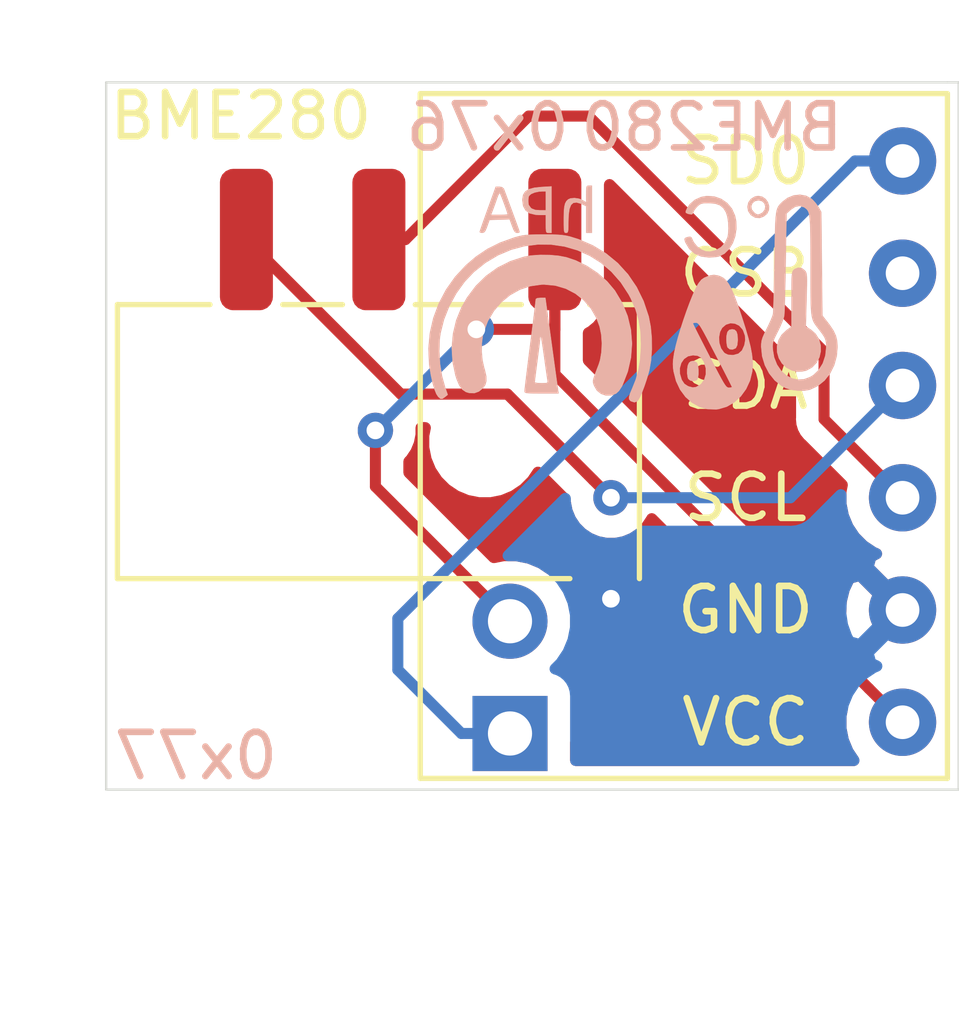
<source format=kicad_pcb>
(kicad_pcb (version 20171130) (host pcbnew "(5.1.5)-3")

  (general
    (thickness 1.6)
    (drawings 9)
    (tracks 29)
    (zones 0)
    (modules 4)
    (nets 7)
  )

  (page A4)
  (layers
    (0 F.Cu signal)
    (31 B.Cu signal)
    (32 B.Adhes user)
    (33 F.Adhes user)
    (34 B.Paste user)
    (35 F.Paste user)
    (36 B.SilkS user)
    (37 F.SilkS user)
    (38 B.Mask user)
    (39 F.Mask user)
    (40 Dwgs.User user)
    (41 Cmts.User user)
    (42 Eco1.User user)
    (43 Eco2.User user)
    (44 Edge.Cuts user)
    (45 Margin user)
    (46 B.CrtYd user)
    (47 F.CrtYd user)
    (48 B.Fab user)
    (49 F.Fab user)
  )

  (setup
    (last_trace_width 0.25)
    (trace_clearance 0.2)
    (zone_clearance 0.508)
    (zone_45_only no)
    (trace_min 0.2)
    (via_size 0.8)
    (via_drill 0.4)
    (via_min_size 0.4)
    (via_min_drill 0.3)
    (uvia_size 0.3)
    (uvia_drill 0.1)
    (uvias_allowed no)
    (uvia_min_size 0.2)
    (uvia_min_drill 0.1)
    (edge_width 0.05)
    (segment_width 0.2)
    (pcb_text_width 0.3)
    (pcb_text_size 1.5 1.5)
    (mod_edge_width 0.12)
    (mod_text_size 1 1)
    (mod_text_width 0.15)
    (pad_size 1.524 1.524)
    (pad_drill 0.762)
    (pad_to_mask_clearance 0.051)
    (solder_mask_min_width 0.25)
    (aux_axis_origin 0 0)
    (visible_elements 7FFFFFFF)
    (pcbplotparams
      (layerselection 0x010fc_ffffffff)
      (usegerberextensions false)
      (usegerberattributes false)
      (usegerberadvancedattributes false)
      (creategerberjobfile false)
      (excludeedgelayer true)
      (linewidth 0.100000)
      (plotframeref false)
      (viasonmask false)
      (mode 1)
      (useauxorigin false)
      (hpglpennumber 1)
      (hpglpenspeed 20)
      (hpglpendiameter 15.000000)
      (psnegative false)
      (psa4output false)
      (plotreference true)
      (plotvalue true)
      (plotinvisibletext false)
      (padsonsilk false)
      (subtractmaskfromsilk false)
      (outputformat 1)
      (mirror false)
      (drillshape 0)
      (scaleselection 1)
      (outputdirectory "gerbers/"))
  )

  (net 0 "")
  (net 1 GND)
  (net 2 SDA)
  (net 3 SCL)
  (net 4 +3V3)
  (net 5 SD0)
  (net 6 "Net-(U1-Pad5)")

  (net_class Default "Ceci est la Netclass par défaut."
    (clearance 0.2)
    (trace_width 0.25)
    (via_dia 0.8)
    (via_drill 0.4)
    (uvia_dia 0.3)
    (uvia_drill 0.1)
    (add_net +3V3)
    (add_net GND)
    (add_net "Net-(U1-Pad5)")
    (add_net SCL)
    (add_net SD0)
    (add_net SDA)
  )

  (module Connector_PinHeader_2.54mm:PinHeader_1x02_P2.54mm_Vertical (layer F.Cu) (tedit 5FE08463) (tstamp 5FDA7515)
    (at 170.942 37.592 180)
    (descr "Through hole straight pin header, 1x02, 2.54mm pitch, single row")
    (tags "Through hole pin header THT 1x02 2.54mm single row")
    (path /5FDC9549)
    (fp_text reference J2 (at 2.54 -0.254 90) (layer F.SilkS) hide
      (effects (font (size 1 1) (thickness 0.15)))
    )
    (fp_text value "Jumper Address" (at -2.54 -0.508 90) (layer F.Fab)
      (effects (font (size 1 1) (thickness 0.15)))
    )
    (fp_text user %R (at 0 1.27 270) (layer F.Fab)
      (effects (font (size 1 1) (thickness 0.15)))
    )
    (fp_line (start -1.27 -0.635) (end -0.635 -1.27) (layer F.Fab) (width 0.1))
    (fp_line (start -1.27 3.81) (end -1.27 -0.635) (layer F.Fab) (width 0.1))
    (fp_line (start 1.27 3.81) (end -1.27 3.81) (layer F.Fab) (width 0.1))
    (fp_line (start 1.27 -1.27) (end 1.27 3.81) (layer F.Fab) (width 0.1))
    (fp_line (start -0.635 -1.27) (end 1.27 -1.27) (layer F.Fab) (width 0.1))
    (pad 2 thru_hole oval (at 0 2.54 180) (size 1.7 1.7) (drill 1) (layers *.Cu *.Mask)
      (net 4 +3V3))
    (pad 1 thru_hole rect (at 0 0 180) (size 1.7 1.7) (drill 1) (layers *.Cu *.Mask)
      (net 5 SD0))
    (model ${KISYS3DMOD}/Connector_PinHeader_2.54mm.3dshapes/PinHeader_1x02_P2.54mm_Horizontal.step
      (at (xyz 0 0 0))
      (scale (xyz 1 1 1))
      (rotate (xyz 0 0 0))
    )
  )

  (module usini_sensors:module_bme280 (layer F.Cu) (tedit 5FE08449) (tstamp 5FDA7668)
    (at 174.752 24.892 180)
    (path /5FDC2ED8)
    (fp_text reference U1 (at -5.08 -14.478 180) (layer F.SilkS) hide
      (effects (font (size 1 1) (thickness 0.15)))
    )
    (fp_text value module_bme280 (at 0.254 3.048 180) (layer F.Fab)
      (effects (font (size 1 1) (thickness 0.15)))
    )
    (fp_text user BME/P280 (at 1.778 -14.478 180) (layer F.SilkS) hide
      (effects (font (size 1 1) (thickness 0.15)))
    )
    (fp_text user SD0 (at -1.524 0.254 180) (layer F.SilkS)
      (effects (font (size 1 1) (thickness 0.15)))
    )
    (fp_text user CSB (at -1.524 -2.286 180) (layer F.SilkS)
      (effects (font (size 1 1) (thickness 0.15)))
    )
    (fp_text user SDA (at -1.524 -4.826 180) (layer F.SilkS)
      (effects (font (size 1 1) (thickness 0.15)))
    )
    (fp_text user SCL (at -1.524 -7.366 180) (layer F.SilkS)
      (effects (font (size 1 1) (thickness 0.15)))
    )
    (fp_text user GND (at -1.524 -9.906 180) (layer F.SilkS)
      (effects (font (size 1 1) (thickness 0.15)))
    )
    (fp_text user VCC (at -1.524 -12.446 180) (layer F.SilkS)
      (effects (font (size 1 1) (thickness 0.15)))
    )
    (fp_line (start -6.096 -13.716) (end -6.096 1.778) (layer F.SilkS) (width 0.12))
    (fp_line (start 5.842 -13.716) (end -6.096 -13.716) (layer F.SilkS) (width 0.12))
    (fp_line (start 5.842 1.778) (end 5.842 -13.716) (layer F.SilkS) (width 0.12))
    (fp_line (start -6.096 1.778) (end 5.842 1.778) (layer F.SilkS) (width 0.12))
    (pad 6 thru_hole circle (at -5.08 0.254 180) (size 1.524 1.524) (drill 0.762) (layers *.Cu *.Mask)
      (net 5 SD0))
    (pad 5 thru_hole circle (at -5.08 -2.286 180) (size 1.524 1.524) (drill 0.762) (layers *.Cu *.Mask)
      (net 6 "Net-(U1-Pad5)"))
    (pad 4 thru_hole circle (at -5.08 -4.826 180) (size 1.524 1.524) (drill 0.762) (layers *.Cu *.Mask)
      (net 2 SDA))
    (pad 3 thru_hole circle (at -5.08 -7.366 180) (size 1.524 1.524) (drill 0.762) (layers *.Cu *.Mask)
      (net 3 SCL))
    (pad 2 thru_hole circle (at -5.08 -9.906 180) (size 1.524 1.524) (drill 0.762) (layers *.Cu *.Mask)
      (net 1 GND))
    (pad 1 thru_hole circle (at -5.08 -12.446 180) (size 1.524 1.524) (drill 0.762) (layers *.Cu *.Mask)
      (net 4 +3V3))
    (model ${KIPRJMOD}/usini_sensors.pretty/bme280.step
      (offset (xyz -0.5 6 9.5))
      (scale (xyz 1 1 1))
      (rotate (xyz 0 0 90))
    )
    (model ${KISYS3DMOD}/Connector_PinHeader_2.54mm.3dshapes/PinHeader_1x06_P2.54mm_Vertical.wrl
      (offset (xyz -5 12.5 9.5))
      (scale (xyz 1 1 1))
      (rotate (xyz 0 180 0))
    )
    (model ${KISYS3DMOD}/Connector_PinSocket_2.54mm.3dshapes/PinSocket_1x06_P2.54mm_Vertical.wrl
      (offset (xyz -5 12.5 0))
      (scale (xyz 1 1 1))
      (rotate (xyz 0 0 0))
    )
  )

  (module usini_sensors:jack_3.5mm_TRRS (layer F.Cu) (tedit 5FDB7F81) (tstamp 5FDA3052)
    (at 168.148 30.988)
    (descr "Headphones with microphone connector, 3.5mm, 4 pins (http://www.qingpu-electronics.com/en/products/WQP-PJ320D-72.html)")
    (tags "3.5mm jack mic microphone phones headphones 4pins audio plug")
    (path /5FDC3E76)
    (attr smd)
    (fp_text reference J1 (at -0.508 0.508 90) (layer F.SilkS) hide
      (effects (font (size 1 1) (thickness 0.15)))
    )
    (fp_text value AudioJack4 (at -0.025 6.35) (layer F.Fab)
      (effects (font (size 1 1) (thickness 0.15)))
    )
    (fp_circle (center 3.9 -2.35) (end 3.95 -2.1) (layer F.Fab) (width 0.12))
    (fp_line (start -6.096 -3.1) (end -6.096 3.1) (layer F.SilkS) (width 0.12))
    (fp_line (start -8.73 -5) (end 6.07 -5) (layer F.CrtYd) (width 0.05))
    (fp_line (start -8.73 5) (end 6.07 5) (layer F.CrtYd) (width 0.05))
    (fp_line (start 5.725 3.1) (end 5.725 -3.1) (layer F.SilkS) (width 0.12))
    (fp_line (start -8.73 5) (end -8.73 -5) (layer F.CrtYd) (width 0.05))
    (fp_line (start 6.07 5) (end 6.07 -5) (layer F.CrtYd) (width 0.05))
    (fp_line (start -6.096 -3.1) (end -4 -3.1) (layer F.SilkS) (width 0.12))
    (fp_line (start -2.35 -3.1) (end -1 -3.1) (layer F.SilkS) (width 0.12))
    (fp_line (start 0.65 -3.1) (end 3.05 -3.1) (layer F.SilkS) (width 0.12))
    (fp_line (start 4.6 -3.1) (end 5.725 -3.1) (layer F.SilkS) (width 0.12))
    (fp_line (start 4.15 3.1) (end -6.096 3.1) (layer F.SilkS) (width 0.12))
    (fp_line (start 5.575 -2.9) (end 5.575 2.9) (layer F.Fab) (width 0.1))
    (fp_line (start -6.096 -2.9) (end 5.575 -2.9) (layer F.Fab) (width 0.1))
    (fp_line (start -6.096 -2.3) (end -6.096 -2.9) (layer F.Fab) (width 0.1))
    (fp_line (start -8.225 -2.3) (end -6.096 -2.3) (layer F.Fab) (width 0.1))
    (fp_line (start -8.225 2.3) (end -8.225 -2.3) (layer F.Fab) (width 0.1))
    (fp_line (start -6.096 2.3) (end -8.225 2.3) (layer F.Fab) (width 0.1))
    (fp_line (start -6.096 2.9) (end -6.096 2.286) (layer F.Fab) (width 0.1))
    (fp_line (start 5.575 2.9) (end -6.096 2.9) (layer F.Fab) (width 0.1))
    (fp_text user %R (at -1.195 0) (layer F.Fab)
      (effects (font (size 1 1) (thickness 0.15)))
    )
    (pad "" np_thru_hole circle (at 2.225 0) (size 1.5 1.5) (drill 1.5) (layers *.Cu *.Mask))
    (pad "" np_thru_hole circle (at -4.775 0) (size 1.5 1.5) (drill 1.5) (layers *.Cu *.Mask))
    (pad R2 smd roundrect (at -3.175 -4.572) (size 1.2 3.2) (layers F.Cu F.Paste F.Mask) (roundrect_rratio 0.25)
      (net 2 SDA))
    (pad R1 smd roundrect (at -0.175 -4.572) (size 1.2 3.2) (layers F.Cu F.Paste F.Mask) (roundrect_rratio 0.25)
      (net 3 SCL))
    (pad T smd roundrect (at 3.81 -4.572) (size 1.2 3.2) (layers F.Cu F.Paste F.Mask) (roundrect_rratio 0.25)
      (net 4 +3V3))
    (pad S smd roundrect (at 4.925 4.572) (size 1.2 3.2) (layers F.Cu F.Paste F.Mask) (roundrect_rratio 0.25)
      (net 1 GND))
    (model ${KIPRJMOD}/usini_sensors.pretty/audio_3.5mm_trrs.step
      (offset (xyz 5.5 -3 0))
      (scale (xyz 1 1 1))
      (rotate (xyz 0 0 -90))
    )
  )

  (module usini_sensors:temp_hum_baro_logo (layer B.Cu) (tedit 0) (tstamp 5FDA7B51)
    (at 173.736 27.686 180)
    (fp_text reference L1 (at -4.064 -5.588) (layer B.SilkS) hide
      (effects (font (size 1.524 1.524) (thickness 0.3)) (justify mirror))
    )
    (fp_text value LOGO (at 0.762 -5.842) (layer B.SilkS) hide
      (effects (font (size 1.524 1.524) (thickness 0.3)) (justify mirror))
    )
    (fp_poly (pts (xy -3.651278 0.600802) (xy -3.6322 0.584201) (xy -3.616297 0.565731) (xy -3.604104 0.541864)
      (xy -3.595132 0.506149) (xy -3.588888 0.452133) (xy -3.584884 0.373365) (xy -3.582629 0.263393)
      (xy -3.581631 0.115763) (xy -3.581401 -0.075974) (xy -3.5814 -0.08401) (xy -3.5814 -0.70142)
      (xy -3.470925 -0.779291) (xy -3.358498 -0.885343) (xy -3.286829 -1.009894) (xy -3.253801 -1.144851)
      (xy -3.257301 -1.282125) (xy -3.295212 -1.413623) (xy -3.365421 -1.531255) (xy -3.465812 -1.62693)
      (xy -3.59427 -1.692557) (xy -3.716301 -1.71803) (xy -3.812653 -1.715142) (xy -3.909008 -1.695409)
      (xy -3.920359 -1.6915) (xy -4.050676 -1.619094) (xy -4.148212 -1.51639) (xy -4.212428 -1.392347)
      (xy -4.242782 -1.255925) (xy -4.238735 -1.116084) (xy -4.199746 -0.981783) (xy -4.125274 -0.861984)
      (xy -4.014781 -0.765645) (xy -3.977488 -0.744185) (xy -3.903676 -0.705797) (xy -3.920614 -0.102675)
      (xy -3.925804 0.087837) (xy -3.929067 0.234284) (xy -3.930043 0.343376) (xy -3.928373 0.421824)
      (xy -3.923697 0.476337) (xy -3.915653 0.513627) (xy -3.903883 0.540404) (xy -3.888026 0.563378)
      (xy -3.884633 0.567724) (xy -3.813967 0.622001) (xy -3.730981 0.633366) (xy -3.651278 0.600802)) (layer B.SilkS) (width 0.01))
    (fp_poly (pts (xy -2.171637 -0.775873) (xy -2.131696 -0.821651) (xy -2.111912 -0.905571) (xy -2.1082 -0.9906)
      (xy -2.113212 -1.076274) (xy -2.125948 -1.14699) (xy -2.134494 -1.170069) (xy -2.180619 -1.209499)
      (xy -2.246054 -1.21643) (xy -2.310248 -1.189852) (xy -2.322286 -1.179285) (xy -2.351658 -1.116917)
      (xy -2.36217 -1.007465) (xy -2.3622 -0.999815) (xy -2.355213 -0.883127) (xy -2.33191 -0.809029)
      (xy -2.288785 -0.770952) (xy -2.2352 -0.762) (xy -2.171637 -0.775873)) (layer B.SilkS) (width 0.01))
    (fp_poly (pts (xy -1.299334 -1.488773) (xy -1.261237 -1.51965) (xy -1.23543 -1.575779) (xy -1.22127 -1.661612)
      (xy -1.219624 -1.757206) (xy -1.231361 -1.842623) (xy -1.245494 -1.881269) (xy -1.290322 -1.918251)
      (xy -1.356879 -1.930367) (xy -1.421405 -1.915373) (xy -1.442721 -1.89992) (xy -1.462965 -1.852537)
      (xy -1.472811 -1.773671) (xy -1.472701 -1.681468) (xy -1.463077 -1.594072) (xy -1.444383 -1.529632)
      (xy -1.433286 -1.513114) (xy -1.367542 -1.476549) (xy -1.299334 -1.488773)) (layer B.SilkS) (width 0.01))
    (fp_poly (pts (xy -2.752186 2.242429) (xy -2.662361 2.189092) (xy -2.605388 2.10802) (xy -2.58398 2.012273)
      (xy -2.600854 1.914911) (xy -2.658722 1.828995) (xy -2.665047 1.823146) (xy -2.759515 1.765679)
      (xy -2.859585 1.758448) (xy -2.952112 1.792194) (xy -3.029629 1.857258) (xy -3.06819 1.939059)
      (xy -3.071816 2.020306) (xy -2.989403 2.020306) (xy -2.977816 1.947809) (xy -2.930339 1.884289)
      (xy -2.895179 1.861465) (xy -2.839889 1.836131) (xy -2.802575 1.835215) (xy -2.759323 1.86168)
      (xy -2.733926 1.881444) (xy -2.679618 1.949488) (xy -2.667782 2.023912) (xy -2.693789 2.092063)
      (xy -2.753011 2.141289) (xy -2.835452 2.159) (xy -2.915558 2.139168) (xy -2.967762 2.088514)
      (xy -2.989403 2.020306) (xy -3.071816 2.020306) (xy -3.072151 2.027789) (xy -3.045868 2.113638)
      (xy -2.993697 2.186797) (xy -2.919992 2.237456) (xy -2.829111 2.255807) (xy -2.752186 2.242429)) (layer B.SilkS) (width 0.01))
    (fp_poly (pts (xy 3.297912 1.961871) (xy 3.352097 1.811488) (xy 3.399853 1.677312) (xy 3.438623 1.566659)
      (xy 3.465854 1.486844) (xy 3.478989 1.44518) (xy 3.4798 1.441171) (xy 3.458182 1.426636)
      (xy 3.421224 1.4224) (xy 3.384762 1.430791) (xy 3.355315 1.463031) (xy 3.324849 1.529721)
      (xy 3.310567 1.56845) (xy 3.258485 1.7145) (xy 2.801465 1.729008) (xy 2.745568 1.575704)
      (xy 2.711575 1.490447) (xy 2.68299 1.443637) (xy 2.651774 1.424733) (xy 2.628662 1.4224)
      (xy 2.590634 1.425238) (xy 2.579623 1.442894) (xy 2.591776 1.489082) (xy 2.601913 1.51765)
      (xy 2.626161 1.584468) (xy 2.661944 1.682319) (xy 2.70567 1.801462) (xy 2.719654 1.839477)
      (xy 2.8448 1.839477) (xy 2.868126 1.834369) (xy 2.929821 1.830592) (xy 3.017457 1.828846)
      (xy 3.034929 1.8288) (xy 3.225058 1.8288) (xy 3.178154 1.94945) (xy 3.141282 2.048552)
      (xy 3.102118 2.160061) (xy 3.086825 2.205732) (xy 3.059748 2.275275) (xy 3.035346 2.315791)
      (xy 3.022152 2.320032) (xy 3.007404 2.290501) (xy 2.981033 2.226107) (xy 2.947904 2.140037)
      (xy 2.912885 2.045476) (xy 2.880841 1.95561) (xy 2.856639 1.883626) (xy 2.845145 1.84271)
      (xy 2.8448 1.839477) (xy 2.719654 1.839477) (xy 2.753748 1.932153) (xy 2.802586 2.06465)
      (xy 2.848593 2.189211) (xy 2.888177 2.296093) (xy 2.917748 2.375553) (xy 2.933714 2.417849)
      (xy 2.934302 2.41935) (xy 2.975133 2.455489) (xy 3.03393 2.4638) (xy 3.116025 2.4638)
      (xy 3.297912 1.961871)) (layer B.SilkS) (width 0.01))
    (fp_poly (pts (xy 2.077999 2.458086) (xy 2.243838 2.440751) (xy 2.365257 2.408102) (xy 2.447221 2.356726)
      (xy 2.494698 2.28321) (xy 2.512652 2.18414) (xy 2.513135 2.159) (xy 2.494507 2.026583)
      (xy 2.439012 1.928468) (xy 2.345916 1.864003) (xy 2.214481 1.83254) (xy 2.13995 1.828968)
      (xy 1.9812 1.8288) (xy 1.9812 1.6256) (xy 1.980523 1.524822) (xy 1.976333 1.464477)
      (xy 1.965392 1.434203) (xy 1.944461 1.423633) (xy 1.9177 1.4224) (xy 1.8542 1.4224)
      (xy 1.8542 1.9304) (xy 1.9812 1.9304) (xy 2.117474 1.9304) (xy 2.223284 1.938921)
      (xy 2.298469 1.967549) (xy 2.320674 1.983044) (xy 2.371701 2.052719) (xy 2.389743 2.144467)
      (xy 2.372018 2.23951) (xy 2.361901 2.261159) (xy 2.315896 2.302523) (xy 2.234597 2.336408)
      (xy 2.13346 2.357585) (xy 2.06375 2.362059) (xy 1.9812 2.3622) (xy 1.9812 1.9304)
      (xy 1.8542 1.9304) (xy 1.8542 2.470847) (xy 2.077999 2.458086)) (layer B.SilkS) (width 0.01))
    (fp_poly (pts (xy 1.035623 2.48682) (xy 1.054558 2.472537) (xy 1.063681 2.435642) (xy 1.06657 2.365422)
      (xy 1.0668 2.299074) (xy 1.0668 2.108947) (xy 1.14935 2.159279) (xy 1.234882 2.193716)
      (xy 1.332662 2.207713) (xy 1.42236 2.200149) (xy 1.475401 2.177243) (xy 1.515888 2.137614)
      (xy 1.544054 2.085343) (xy 1.561909 2.011364) (xy 1.571463 1.906609) (xy 1.574725 1.762015)
      (xy 1.5748 1.72887) (xy 1.574306 1.599795) (xy 1.571898 1.513121) (xy 1.566183 1.460452)
      (xy 1.55577 1.433393) (xy 1.539268 1.423547) (xy 1.524 1.4224) (xy 1.500138 1.426127)
      (xy 1.485189 1.443668) (xy 1.477092 1.484564) (xy 1.473784 1.558355) (xy 1.4732 1.657518)
      (xy 1.46714 1.836082) (xy 1.447516 1.967918) (xy 1.412157 2.055805) (xy 1.358894 2.102521)
      (xy 1.285555 2.110843) (xy 1.189972 2.08355) (xy 1.153188 2.067206) (xy 1.0668 2.026212)
      (xy 1.0668 1.4224) (xy 0.9398 1.4224) (xy 0.9398 2.4892) (xy 1.0033 2.4892)
      (xy 1.035623 2.48682)) (layer B.SilkS) (width 0.01))
    (fp_poly (pts (xy -1.5367 2.232565) (xy -1.395654 2.170321) (xy -1.280612 2.071882) (xy -1.219155 1.981111)
      (xy -1.188855 1.914971) (xy -1.189389 1.878605) (xy -1.226536 1.857597) (xy -1.273646 1.845207)
      (xy -1.325333 1.841102) (xy -1.349963 1.869077) (xy -1.355263 1.886849) (xy -1.382528 1.940799)
      (xy -1.432469 2.003724) (xy -1.448535 2.020004) (xy -1.49458 2.059845) (xy -1.539303 2.082532)
      (xy -1.599163 2.092822) (xy -1.690615 2.095468) (xy -1.709818 2.0955) (xy -1.853793 2.084087)
      (xy -1.961189 2.046386) (xy -2.041641 1.977203) (xy -2.097659 1.886451) (xy -2.129571 1.787502)
      (xy -2.149252 1.658519) (xy -2.15545 1.519069) (xy -2.146911 1.388718) (xy -2.133817 1.321605)
      (xy -2.076398 1.197156) (xy -1.983658 1.096657) (xy -1.866593 1.027244) (xy -1.736195 0.996051)
      (xy -1.640208 1.001267) (xy -1.538012 1.041815) (xy -1.440676 1.116233) (xy -1.365903 1.209239)
      (xy -1.342377 1.25831) (xy -1.316394 1.315283) (xy -1.285786 1.334166) (xy -1.246112 1.329258)
      (xy -1.181623 1.310171) (xy -1.158078 1.28418) (xy -1.167895 1.235695) (xy -1.182675 1.198792)
      (xy -1.26694 1.058027) (xy -1.384691 0.953873) (xy -1.531565 0.889057) (xy -1.703198 0.866306)
      (xy -1.7145 0.866342) (xy -1.810835 0.870849) (xy -1.897122 0.880726) (xy -1.938402 0.889429)
      (xy -2.062464 0.951919) (xy -2.16729 1.054107) (xy -2.249512 1.187431) (xy -2.305762 1.34333)
      (xy -2.332673 1.513245) (xy -2.326877 1.688613) (xy -2.301131 1.8115) (xy -2.230916 1.968548)
      (xy -2.124619 2.095607) (xy -1.989953 2.188428) (xy -1.834631 2.242762) (xy -1.666366 2.254361)
      (xy -1.5367 2.232565)) (layer B.SilkS) (width 0.01))
    (fp_poly (pts (xy -3.631449 2.267964) (xy -3.493617 2.213042) (xy -3.380754 2.128369) (xy -3.342562 2.091044)
      (xy -3.310728 2.057179) (xy -3.284592 2.02195) (xy -3.263497 1.980534) (xy -3.246785 1.928108)
      (xy -3.233797 1.859849) (xy -3.223874 1.770934) (xy -3.21636 1.65654) (xy -3.210594 1.511844)
      (xy -3.20592 1.332023) (xy -3.201678 1.112253) (xy -3.19721 0.847713) (xy -3.195992 0.7747)
      (xy -3.191754 0.538521) (xy -3.187212 0.315889) (xy -3.182523 0.112406) (xy -3.177838 -0.066326)
      (xy -3.173311 -0.214704) (xy -3.169098 -0.327128) (xy -3.16535 -0.397993) (xy -3.16324 -0.4191)
      (xy -3.146083 -0.472939) (xy -3.110742 -0.558603) (xy -3.062851 -0.663045) (xy -3.022399 -0.745237)
      (xy -2.964798 -0.862005) (xy -2.927673 -0.948543) (xy -2.906672 -1.01894) (xy -2.897442 -1.087285)
      (xy -2.8956 -1.155724) (xy -2.917179 -1.369624) (xy -2.978713 -1.572916) (xy -3.075398 -1.757521)
      (xy -3.202429 -1.915361) (xy -3.355001 -2.038356) (xy -3.450882 -2.089478) (xy -3.576002 -2.127975)
      (xy -3.723016 -2.147989) (xy -3.870038 -2.148129) (xy -3.995182 -2.127009) (xy -4.003134 -2.12451)
      (xy -4.178046 -2.041373) (xy -4.329756 -1.917583) (xy -4.454142 -1.75957) (xy -4.547078 -1.573763)
      (xy -4.60444 -1.366593) (xy -4.621786 -1.164684) (xy -4.3688 -1.164684) (xy -4.3688 -1.165842)
      (xy -4.348551 -1.357394) (xy -4.290671 -1.531546) (xy -4.199464 -1.680329) (xy -4.079231 -1.795776)
      (xy -4.004049 -1.841303) (xy -3.863408 -1.893016) (xy -3.72664 -1.900931) (xy -3.603205 -1.875521)
      (xy -3.466132 -1.809069) (xy -3.347195 -1.701706) (xy -3.252119 -1.561781) (xy -3.186629 -1.397643)
      (xy -3.156874 -1.224566) (xy -3.153082 -1.147025) (xy -3.156115 -1.08582) (xy -3.16979 -1.027235)
      (xy -3.197921 -0.957555) (xy -3.244325 -0.863065) (xy -3.272951 -0.80731) (xy -3.327734 -0.693763)
      (xy -3.37393 -0.584444) (xy -3.405525 -0.49434) (xy -3.415599 -0.45171) (xy -3.41927 -0.403554)
      (xy -3.42347 -0.310472) (xy -3.428038 -0.178331) (xy -3.43281 -0.013001) (xy -3.437624 0.179651)
      (xy -3.442319 0.393755) (xy -3.446731 0.623443) (xy -3.449034 0.757625) (xy -3.4671 1.858149)
      (xy -3.561977 1.945075) (xy -3.663937 2.013008) (xy -3.7661 2.032485) (xy -3.863969 2.002871)
      (xy -3.883232 1.990581) (xy -3.913062 1.96812) (xy -3.937944 1.943171) (xy -3.958325 1.911191)
      (xy -3.974654 1.867637) (xy -3.987379 1.807964) (xy -3.996948 1.72763) (xy -4.00381 1.62209)
      (xy -4.008412 1.486801) (xy -4.011203 1.31722) (xy -4.012631 1.108802) (xy -4.013145 0.857006)
      (xy -4.0132 0.673101) (xy -4.013174 0.396812) (xy -4.013537 0.166246) (xy -4.014955 -0.023671)
      (xy -4.018092 -0.178015) (xy -4.023612 -0.301861) (xy -4.032182 -0.400286) (xy -4.044465 -0.478365)
      (xy -4.061127 -0.541173) (xy -4.082831 -0.593785) (xy -4.110243 -0.641278) (xy -4.144027 -0.688726)
      (xy -4.184849 -0.741205) (xy -4.201155 -0.762) (xy -4.277267 -0.862493) (xy -4.326165 -0.938743)
      (xy -4.353773 -1.005016) (xy -4.366011 -1.075575) (xy -4.3688 -1.164684) (xy -4.621786 -1.164684)
      (xy -4.622243 -1.159374) (xy -4.613824 -1.02535) (xy -4.585677 -0.907878) (xy -4.532104 -0.792673)
      (xy -4.447409 -0.66545) (xy -4.401205 -0.605019) (xy -4.2799 -0.450662) (xy -4.2545 1.8923)
      (xy -4.191 2.00433) (xy -4.131205 2.0902) (xy -4.057759 2.170623) (xy -4.03325 2.192112)
      (xy -3.912282 2.258576) (xy -3.774676 2.283501) (xy -3.631449 2.267964)) (layer B.SilkS) (width 0.01))
    (fp_poly (pts (xy 2.176458 -0.057017) (xy 2.20792 -0.076997) (xy 2.2098 -0.086708) (xy 2.212933 -0.119117)
      (xy 2.22187 -0.196273) (xy 2.235915 -0.31254) (xy 2.254371 -0.462284) (xy 2.276543 -0.639869)
      (xy 2.301734 -0.839658) (xy 2.329249 -1.056018) (xy 2.3368 -1.115084) (xy 2.364857 -1.335609)
      (xy 2.390765 -1.541687) (xy 2.413826 -1.727568) (xy 2.433339 -1.887506) (xy 2.448604 -2.015753)
      (xy 2.458923 -2.106559) (xy 2.463596 -2.154178) (xy 2.4638 -2.158676) (xy 2.461384 -2.178249)
      (xy 2.449125 -2.192066) (xy 2.419507 -2.201124) (xy 2.365012 -2.206425) (xy 2.278124 -2.208968)
      (xy 2.151326 -2.209753) (xy 2.079476 -2.2098) (xy 1.695153 -2.2098) (xy 1.707679 -2.12725)
      (xy 1.713835 -2.084278) (xy 1.726049 -1.996935) (xy 1.732551 -1.950074) (xy 1.939398 -1.950074)
      (xy 1.949569 -1.97094) (xy 1.986014 -1.979471) (xy 2.059714 -1.981188) (xy 2.083434 -1.9812)
      (xy 2.163624 -1.977921) (xy 2.218628 -1.969403) (xy 2.2352 -1.959633) (xy 2.232009 -1.928773)
      (xy 2.223127 -1.855748) (xy 2.209591 -1.748746) (xy 2.192438 -1.615954) (xy 2.172702 -1.465562)
      (xy 2.1717 -1.457983) (xy 2.151804 -1.305739) (xy 2.13446 -1.169543) (xy 2.120713 -1.057902)
      (xy 2.111613 -0.979323) (xy 2.108204 -0.942314) (xy 2.1082 -0.941916) (xy 2.101212 -0.917093)
      (xy 2.095115 -0.919018) (xy 2.087637 -0.947214) (xy 2.074863 -1.017535) (xy 2.058122 -1.121739)
      (xy 2.038742 -1.251583) (xy 2.019698 -1.386801) (xy 1.998794 -1.537991) (xy 1.979387 -1.675971)
      (xy 1.962856 -1.791103) (xy 1.950584 -1.873753) (xy 1.944517 -1.91135) (xy 1.939398 -1.950074)
      (xy 1.732551 -1.950074) (xy 1.743499 -1.871179) (xy 1.76536 -1.712973) (xy 1.790809 -1.528274)
      (xy 1.819024 -1.323044) (xy 1.849181 -1.103243) (xy 1.856786 -1.04775) (xy 1.993366 -0.0508)
      (xy 2.101583 -0.0508) (xy 2.176458 -0.057017)) (layer B.SilkS) (width 0.01))
    (fp_poly (pts (xy 2.311888 0.907888) (xy 2.473358 0.880112) (xy 2.787892 0.778117) (xy 3.076582 0.632904)
      (xy 3.337361 0.446146) (xy 3.568162 0.219516) (xy 3.766919 -0.045311) (xy 3.895345 -0.271246)
      (xy 4.012175 -0.560078) (xy 4.084453 -0.865941) (xy 4.11164 -1.180499) (xy 4.093198 -1.495416)
      (xy 4.028587 -1.802355) (xy 4.000097 -1.891704) (xy 3.941684 -2.028873) (xy 3.873897 -2.122121)
      (xy 3.790579 -2.178227) (xy 3.721166 -2.198763) (xy 3.602493 -2.203859) (xy 3.499842 -2.167076)
      (xy 3.412262 -2.096542) (xy 3.355709 -2.021114) (xy 3.329223 -1.93256) (xy 3.332228 -1.82213)
      (xy 3.364145 -1.681078) (xy 3.381156 -1.6256) (xy 3.417987 -1.460894) (xy 3.435144 -1.270345)
      (xy 3.432332 -1.074925) (xy 3.409254 -0.895608) (xy 3.392421 -0.826584) (xy 3.294366 -0.572222)
      (xy 3.158814 -0.345177) (xy 2.9904 -0.149096) (xy 2.793762 0.01237) (xy 2.573534 0.135575)
      (xy 2.334353 0.216871) (xy 2.080854 0.252608) (xy 2.019299 0.254) (xy 1.76601 0.229843)
      (xy 1.528834 0.159726) (xy 1.312429 0.047182) (xy 1.121456 -0.104258) (xy 0.960576 -0.291059)
      (xy 0.834447 -0.50969) (xy 0.763892 -0.697674) (xy 0.726792 -0.87762) (xy 0.712882 -1.076499)
      (xy 0.721789 -1.27621) (xy 0.75314 -1.458655) (xy 0.781449 -1.5494) (xy 0.835497 -1.690385)
      (xy 0.873871 -1.792258) (xy 0.89845 -1.86358) (xy 0.911115 -1.91291) (xy 0.913746 -1.948805)
      (xy 0.908223 -1.979826) (xy 0.896427 -2.014532) (xy 0.888502 -2.036694) (xy 0.826887 -2.143537)
      (xy 0.734387 -2.218407) (xy 0.62259 -2.257197) (xy 0.503088 -2.255798) (xy 0.391774 -2.212768)
      (xy 0.326549 -2.152272) (xy 0.263561 -2.057089) (xy 0.246961 -2.024283) (xy 0.126784 -1.714443)
      (xy 0.055425 -1.398979) (xy 0.032537 -1.082138) (xy 0.057774 -0.768164) (xy 0.130791 -0.461301)
      (xy 0.25124 -0.165795) (xy 0.418777 0.11411) (xy 0.421687 0.118225) (xy 0.594583 0.322895)
      (xy 0.80601 0.508798) (xy 1.044954 0.668392) (xy 1.300402 0.794137) (xy 1.515105 0.866874)
      (xy 1.692139 0.90101) (xy 1.896759 0.919402) (xy 2.109748 0.921783) (xy 2.311888 0.907888)) (layer B.SilkS) (width 0.01))
    (fp_poly (pts (xy 2.0447 1.382774) (xy 2.208558 1.38157) (xy 2.333272 1.378419) (xy 2.430493 1.372071)
      (xy 2.511873 1.361277) (xy 2.589062 1.344787) (xy 2.673712 1.321351) (xy 2.7051 1.311932)
      (xy 3.02192 1.19823) (xy 3.304225 1.057625) (xy 3.564239 0.883112) (xy 3.790728 0.689926)
      (xy 4.034991 0.427335) (xy 4.240786 0.136944) (xy 4.406166 -0.175842) (xy 4.529184 -0.505616)
      (xy 4.607893 -0.846972) (xy 4.640346 -1.194503) (xy 4.624596 -1.542803) (xy 4.616704 -1.603675)
      (xy 4.584036 -1.798858) (xy 4.545517 -1.972366) (xy 4.503281 -2.11685) (xy 4.459462 -2.224962)
      (xy 4.418123 -2.287476) (xy 4.369164 -2.327609) (xy 4.327159 -2.33017) (xy 4.272496 -2.295328)
      (xy 4.264333 -2.288786) (xy 4.205038 -2.240772) (xy 4.261781 -2.079236) (xy 4.333329 -1.822591)
      (xy 4.378918 -1.542886) (xy 4.397019 -1.257907) (xy 4.386103 -0.985445) (xy 4.367505 -0.849214)
      (xy 4.289519 -0.540064) (xy 4.168523 -0.235816) (xy 4.010248 0.053018) (xy 3.820424 0.315924)
      (xy 3.613103 0.534827) (xy 3.346312 0.747559) (xy 3.063536 0.915751) (xy 2.769002 1.040114)
      (xy 2.466938 1.121358) (xy 2.16157 1.160197) (xy 1.857125 1.15734) (xy 1.557832 1.1135)
      (xy 1.267916 1.029388) (xy 0.991606 0.905715) (xy 0.733128 0.743192) (xy 0.496709 0.542532)
      (xy 0.286577 0.304444) (xy 0.106958 0.029642) (xy 0.057829 -0.0635) (xy -0.049259 -0.308831)
      (xy -0.121716 -0.552153) (xy -0.162306 -0.807151) (xy -0.173791 -1.087512) (xy -0.171287 -1.198545)
      (xy -0.152624 -1.458585) (xy -0.115036 -1.68664) (xy -0.05492 -1.899158) (xy 0.026573 -2.102159)
      (xy 0.074004 -2.214811) (xy 0.096181 -2.292451) (xy 0.09389 -2.343687) (xy 0.067913 -2.377127)
      (xy 0.052469 -2.386706) (xy -0.023442 -2.411254) (xy -0.082603 -2.390344) (xy -0.113413 -2.35585)
      (xy -0.152239 -2.285646) (xy -0.198928 -2.178397) (xy -0.248989 -2.046333) (xy -0.297932 -1.901683)
      (xy -0.341266 -1.756678) (xy -0.360968 -1.681667) (xy -0.399749 -1.462234) (xy -0.417655 -1.214377)
      (xy -0.414904 -0.955886) (xy -0.391715 -0.704552) (xy -0.348303 -0.478163) (xy -0.346155 -0.4699)
      (xy -0.230259 -0.123274) (xy -0.073513 0.19485) (xy 0.121785 0.482144) (xy 0.353339 0.736279)
      (xy 0.618854 0.954928) (xy 0.916033 1.135761) (xy 1.242579 1.276451) (xy 1.4351 1.336209)
      (xy 1.516834 1.355387) (xy 1.604031 1.368817) (xy 1.707484 1.377323) (xy 1.837984 1.381731)
      (xy 2.006323 1.382865) (xy 2.0447 1.382774)) (layer B.SilkS) (width 0.01))
    (fp_poly (pts (xy -1.745905 0.458491) (xy -1.701028 0.444228) (xy -1.606474 0.405449) (xy -1.541669 0.360448)
      (xy -1.486497 0.293301) (xy -1.461177 0.254373) (xy -1.407371 0.154321) (xy -1.344582 0.014493)
      (xy -1.276087 -0.15559) (xy -1.205165 -0.346408) (xy -1.135094 -0.548437) (xy -1.069152 -0.752156)
      (xy -1.010616 -0.948045) (xy -0.962766 -1.126581) (xy -0.928878 -1.278244) (xy -0.923632 -1.306995)
      (xy -0.903869 -1.438478) (xy -0.896928 -1.542533) (xy -0.902214 -1.640728) (xy -0.912382 -1.7145)
      (xy -0.968373 -1.932665) (xy -1.05956 -2.12564) (xy -1.181101 -2.289389) (xy -1.328154 -2.419876)
      (xy -1.495875 -2.513066) (xy -1.679422 -2.564926) (xy -1.873952 -2.571419) (xy -1.932137 -2.564175)
      (xy -2.115721 -2.509866) (xy -2.283975 -2.411997) (xy -2.431268 -2.276876) (xy -2.551968 -2.110809)
      (xy -2.571402 -2.068919) (xy -2.2352 -2.068919) (xy -2.213193 -2.078903) (xy -2.163519 -2.0828)
      (xy -2.142646 -2.080815) (xy -2.122172 -2.071793) (xy -2.099256 -2.051128) (xy -2.07106 -2.014215)
      (xy -2.034743 -1.95645) (xy -1.987465 -1.873229) (xy -1.936024 -1.777819) (xy -1.643406 -1.777819)
      (xy -1.60762 -1.899171) (xy -1.536989 -1.996327) (xy -1.501194 -2.02477) (xy -1.419746 -2.069263)
      (xy -1.346115 -2.079498) (xy -1.258977 -2.057117) (xy -1.230271 -2.045656) (xy -1.153821 -1.995469)
      (xy -1.097331 -1.911135) (xy -1.091945 -1.899606) (xy -1.051784 -1.765978) (xy -1.049984 -1.637838)
      (xy -1.082653 -1.523489) (xy -1.145901 -1.431233) (xy -1.235836 -1.369372) (xy -1.348567 -1.346211)
      (xy -1.351296 -1.3462) (xy -1.458194 -1.358351) (xy -1.533124 -1.400866) (xy -1.590249 -1.482837)
      (xy -1.601802 -1.506999) (xy -1.642187 -1.643388) (xy -1.643406 -1.777819) (xy -1.936024 -1.777819)
      (xy -1.926387 -1.759946) (xy -1.848668 -1.611997) (xy -1.751469 -1.424778) (xy -1.719019 -1.362068)
      (xy -1.628234 -1.186085) (xy -1.545437 -1.024663) (xy -1.473407 -0.883296) (xy -1.414924 -0.767477)
      (xy -1.37277 -0.6827) (xy -1.349724 -0.634457) (xy -1.3462 -0.625468) (xy -1.368151 -0.614066)
      (xy -1.41605 -0.609985) (xy -1.436574 -0.612384) (xy -1.457133 -0.622405) (xy -1.480551 -0.644638)
      (xy -1.509652 -0.683674) (xy -1.547258 -0.744104) (xy -1.596194 -0.830518) (xy -1.659283 -0.947507)
      (xy -1.739347 -1.099662) (xy -1.839212 -1.291574) (xy -1.86055 -1.332705) (xy -1.951637 -1.50874)
      (xy -2.034728 -1.670126) (xy -2.107044 -1.811399) (xy -2.165804 -1.927098) (xy -2.208227 -2.011757)
      (xy -2.231534 -2.059913) (xy -2.2352 -2.068919) (xy -2.571402 -2.068919) (xy -2.640445 -1.920102)
      (xy -2.690543 -1.714822) (xy -2.701216 -1.594371) (xy -2.699038 -1.464928) (xy -2.682812 -1.320538)
      (xy -2.651345 -1.155248) (xy -2.612766 -1.000497) (xy -2.536597 -1.000497) (xy -2.515535 -1.115579)
      (xy -2.512404 -1.127066) (xy -2.460643 -1.241141) (xy -2.379942 -1.313535) (xy -2.269654 -1.34476)
      (xy -2.2352 -1.3462) (xy -2.141881 -1.337338) (xy -2.074563 -1.305855) (xy -2.050324 -1.285687)
      (xy -1.983621 -1.192314) (xy -1.945592 -1.072565) (xy -1.937436 -0.942795) (xy -1.960355 -0.819361)
      (xy -2.009251 -0.726298) (xy -2.095116 -0.652987) (xy -2.196017 -0.621219) (xy -2.300216 -0.62937)
      (xy -2.395972 -0.675814) (xy -2.471546 -0.758925) (xy -2.489456 -0.792793) (xy -2.528473 -0.901199)
      (xy -2.536597 -1.000497) (xy -2.612766 -1.000497) (xy -2.603443 -0.963103) (xy -2.537912 -0.738149)
      (xy -2.453557 -0.474433) (xy -2.423907 -0.385395) (xy -2.346818 -0.162069) (xy -2.279251 0.017244)
      (xy -2.218065 0.157731) (xy -2.160119 0.264574) (xy -2.102273 0.342959) (xy -2.041384 0.398069)
      (xy -1.974312 0.435091) (xy -1.914735 0.454997) (xy -1.827413 0.469571) (xy -1.745905 0.458491)) (layer B.SilkS) (width 0.01))
  )

  (gr_text BME280 (at 164.846 23.622) (layer F.SilkS)
    (effects (font (size 1 1) (thickness 0.15)))
  )
  (gr_line (start 181.102 22.86) (end 180.848 22.86) (layer Edge.Cuts) (width 0.05) (tstamp 5FDA2D9F))
  (gr_line (start 181.102 38.862) (end 181.102 22.86) (layer Edge.Cuts) (width 0.05))
  (gr_line (start 161.798 38.862) (end 181.102 38.862) (layer Edge.Cuts) (width 0.05))
  (gr_line (start 161.798 22.86) (end 161.798 38.862) (layer Edge.Cuts) (width 0.05))
  (gr_line (start 180.848 22.86) (end 161.798 22.86) (layer Edge.Cuts) (width 0.05))
  (gr_text 0x77 (at 163.83 38.1) (layer B.SilkS)
    (effects (font (size 1 1) (thickness 0.15)) (justify mirror))
  )
  (gr_text 0x76 (at 170.434 23.876) (layer B.SilkS)
    (effects (font (size 1 1) (thickness 0.15)) (justify mirror))
  )
  (gr_text BME280 (at 175.514 23.876) (layer B.SilkS)
    (effects (font (size 1 1) (thickness 0.15)) (justify mirror))
  )

  (via (at 173.228 34.544) (size 0.8) (drill 0.4) (layers F.Cu B.Cu) (net 1))
  (via (at 173.228 32.258) (size 0.8) (drill 0.4) (layers F.Cu B.Cu) (net 2))
  (segment (start 177.292 32.258) (end 179.832 29.718) (width 0.25) (layer B.Cu) (net 2))
  (segment (start 173.228 32.258) (end 177.292 32.258) (width 0.25) (layer B.Cu) (net 2))
  (segment (start 172.828001 31.858001) (end 173.228 32.258) (width 0.25) (layer F.Cu) (net 2))
  (segment (start 170.882999 29.912999) (end 172.828001 31.858001) (width 0.25) (layer F.Cu) (net 2))
  (segment (start 168.469999 29.912999) (end 170.882999 29.912999) (width 0.25) (layer F.Cu) (net 2))
  (segment (start 164.973 26.416) (end 168.469999 29.912999) (width 0.25) (layer F.Cu) (net 2))
  (segment (start 178.054 30.48) (end 179.832 32.258) (width 0.25) (layer F.Cu) (net 3))
  (segment (start 168.573 26.416) (end 171.367 23.622) (width 0.25) (layer F.Cu) (net 3))
  (segment (start 172.72 23.622) (end 178.054 28.956) (width 0.25) (layer F.Cu) (net 3))
  (segment (start 167.973 26.416) (end 168.573 26.416) (width 0.25) (layer F.Cu) (net 3))
  (segment (start 171.367 23.622) (end 172.72 23.622) (width 0.25) (layer F.Cu) (net 3))
  (segment (start 178.054 28.956) (end 178.054 30.48) (width 0.25) (layer F.Cu) (net 3))
  (via (at 170.18 28.448) (size 0.8) (drill 0.4) (layers F.Cu B.Cu) (net 4))
  (segment (start 170.18 28.448) (end 171.958 28.448) (width 0.25) (layer F.Cu) (net 4))
  (segment (start 171.958 26.416) (end 171.958 28.448) (width 0.25) (layer F.Cu) (net 4))
  (segment (start 179.070001 36.576001) (end 179.832 37.338) (width 0.25) (layer F.Cu) (net 4))
  (segment (start 171.958 29.464) (end 179.070001 36.576001) (width 0.25) (layer F.Cu) (net 4))
  (segment (start 171.958 26.416) (end 171.958 29.464) (width 0.25) (layer F.Cu) (net 4))
  (via (at 167.894 30.734) (size 0.8) (drill 0.4) (layers F.Cu B.Cu) (net 4))
  (segment (start 167.894 30.734) (end 170.18 28.448) (width 0.25) (layer B.Cu) (net 4))
  (segment (start 167.894 32.004) (end 170.942 35.052) (width 0.25) (layer F.Cu) (net 4))
  (segment (start 167.894 30.734) (end 167.894 32.004) (width 0.25) (layer F.Cu) (net 4))
  (segment (start 178.75437 24.638) (end 179.832 24.638) (width 0.25) (layer B.Cu) (net 5))
  (segment (start 178.75437 24.638) (end 168.402 34.99037) (width 0.25) (layer B.Cu) (net 5))
  (segment (start 169.842 37.592) (end 170.942 37.592) (width 0.25) (layer B.Cu) (net 5))
  (segment (start 168.402 36.152) (end 169.842 37.592) (width 0.25) (layer B.Cu) (net 5))
  (segment (start 168.402 34.99037) (end 168.402 36.152) (width 0.25) (layer B.Cu) (net 5))

  (zone (net 1) (net_name GND) (layer F.Cu) (tstamp 5FE0E5FC) (hatch edge 0.508)
    (connect_pads (clearance 0.508))
    (min_thickness 0.254)
    (fill yes (arc_segments 32) (thermal_gap 0.508) (thermal_bridge_width 0.508))
    (polygon
      (pts
        (xy 181.102 38.862) (xy 161.798 38.862) (xy 161.798 22.86) (xy 181.102 22.86)
      )
    )
    (filled_polygon
      (pts
        (xy 168.988 30.851589) (xy 168.988 31.124411) (xy 169.041225 31.391989) (xy 169.145629 31.644043) (xy 169.297201 31.870886)
        (xy 169.490114 32.063799) (xy 169.716957 32.215371) (xy 169.969011 32.319775) (xy 170.236589 32.373) (xy 170.509411 32.373)
        (xy 170.776989 32.319775) (xy 171.029043 32.215371) (xy 171.255886 32.063799) (xy 171.448799 31.870886) (xy 171.575886 31.680687)
        (xy 172.193 32.297802) (xy 172.193 32.359939) (xy 172.232774 32.559898) (xy 172.310795 32.748256) (xy 172.424063 32.917774)
        (xy 172.568226 33.061937) (xy 172.737744 33.175205) (xy 172.926102 33.253226) (xy 173.126061 33.293) (xy 173.329939 33.293)
        (xy 173.529898 33.253226) (xy 173.718256 33.175205) (xy 173.887774 33.061937) (xy 174.031937 32.917774) (xy 174.145205 32.748256)
        (xy 174.151722 32.732523) (xy 178.465628 37.04643) (xy 178.435 37.200408) (xy 178.435 37.475592) (xy 178.488686 37.74549)
        (xy 178.593995 37.999727) (xy 178.72915 38.202) (xy 172.430072 38.202) (xy 172.430072 37.793844) (xy 172.473 37.798072)
        (xy 172.78725 37.795) (xy 172.946 37.63625) (xy 172.946 35.687) (xy 173.2 35.687) (xy 173.2 37.63625)
        (xy 173.35875 37.795) (xy 173.673 37.798072) (xy 173.797482 37.785812) (xy 173.91718 37.749502) (xy 174.027494 37.690537)
        (xy 174.124185 37.611185) (xy 174.203537 37.514494) (xy 174.262502 37.40418) (xy 174.298812 37.284482) (xy 174.311072 37.16)
        (xy 174.308 35.84575) (xy 174.14925 35.687) (xy 173.2 35.687) (xy 172.946 35.687) (xy 172.926 35.687)
        (xy 172.926 35.433) (xy 172.946 35.433) (xy 172.946 33.48375) (xy 173.2 33.48375) (xy 173.2 35.433)
        (xy 174.14925 35.433) (xy 174.308 35.27425) (xy 174.311072 33.96) (xy 174.298812 33.835518) (xy 174.262502 33.71582)
        (xy 174.203537 33.605506) (xy 174.124185 33.508815) (xy 174.027494 33.429463) (xy 173.91718 33.370498) (xy 173.797482 33.334188)
        (xy 173.673 33.321928) (xy 173.35875 33.325) (xy 173.2 33.48375) (xy 172.946 33.48375) (xy 172.78725 33.325)
        (xy 172.473 33.321928) (xy 172.348518 33.334188) (xy 172.22882 33.370498) (xy 172.118506 33.429463) (xy 172.021815 33.508815)
        (xy 171.942463 33.605506) (xy 171.883498 33.71582) (xy 171.847188 33.835518) (xy 171.843925 33.868653) (xy 171.645411 33.73601)
        (xy 171.375158 33.624068) (xy 171.08826 33.567) (xy 170.79574 33.567) (xy 170.575592 33.61079) (xy 168.654 31.689199)
        (xy 168.654 31.437711) (xy 168.697937 31.393774) (xy 168.811205 31.224256) (xy 168.889226 31.035898) (xy 168.929 30.835939)
        (xy 168.929 30.672999) (xy 169.023524 30.672999)
      )
    )
    (filled_polygon
      (pts
        (xy 177.294 29.270802) (xy 177.294001 30.442668) (xy 177.290324 30.48) (xy 177.304998 30.628985) (xy 177.348454 30.772246)
        (xy 177.419026 30.904276) (xy 177.490201 30.991002) (xy 177.514 31.020001) (xy 177.542998 31.043799) (xy 178.465628 31.96643)
        (xy 178.435 32.120408) (xy 178.435 32.395592) (xy 178.488686 32.66549) (xy 178.593995 32.919727) (xy 178.74688 33.148535)
        (xy 178.941465 33.34312) (xy 179.170273 33.496005) (xy 179.241943 33.525692) (xy 179.228977 33.530364) (xy 179.11302 33.592344)
        (xy 179.04604 33.832435) (xy 179.832 34.618395) (xy 179.846143 34.604253) (xy 180.025748 34.783858) (xy 180.011605 34.798)
        (xy 180.025748 34.812143) (xy 179.846143 34.991748) (xy 179.832 34.977605) (xy 179.817858 34.991748) (xy 179.638253 34.812143)
        (xy 179.652395 34.798) (xy 178.866435 34.01204) (xy 178.626344 34.07902) (xy 178.509244 34.328048) (xy 178.442977 34.595135)
        (xy 178.430481 34.861679) (xy 172.718 29.149199) (xy 172.718 28.528672) (xy 172.779165 28.495978) (xy 172.921317 28.379317)
        (xy 173.037978 28.237165) (xy 173.124666 28.074985) (xy 173.178047 27.899009) (xy 173.196072 27.716) (xy 173.196072 25.172873)
      )
    )
  )
  (zone (net 1) (net_name GND) (layer B.Cu) (tstamp 5FE0E5F9) (hatch edge 0.508)
    (connect_pads (clearance 0.508))
    (min_thickness 0.254)
    (fill yes (arc_segments 32) (thermal_gap 0.508) (thermal_bridge_width 0.508))
    (polygon
      (pts
        (xy 181.102 38.862) (xy 161.798 38.862) (xy 161.798 22.86) (xy 181.102 22.86)
      )
    )
    (filled_polygon
      (pts
        (xy 178.435 32.395592) (xy 178.488686 32.66549) (xy 178.593995 32.919727) (xy 178.74688 33.148535) (xy 178.941465 33.34312)
        (xy 179.170273 33.496005) (xy 179.241943 33.525692) (xy 179.228977 33.530364) (xy 179.11302 33.592344) (xy 179.04604 33.832435)
        (xy 179.832 34.618395) (xy 179.846143 34.604253) (xy 180.025748 34.783858) (xy 180.011605 34.798) (xy 180.025748 34.812143)
        (xy 179.846143 34.991748) (xy 179.832 34.977605) (xy 179.04604 35.763565) (xy 179.11302 36.003656) (xy 179.24876 36.067485)
        (xy 179.170273 36.099995) (xy 178.941465 36.25288) (xy 178.74688 36.447465) (xy 178.593995 36.676273) (xy 178.488686 36.93051)
        (xy 178.435 37.200408) (xy 178.435 37.475592) (xy 178.488686 37.74549) (xy 178.593995 37.999727) (xy 178.72915 38.202)
        (xy 172.430072 38.202) (xy 172.430072 36.742) (xy 172.417812 36.617518) (xy 172.381502 36.49782) (xy 172.322537 36.387506)
        (xy 172.243185 36.290815) (xy 172.146494 36.211463) (xy 172.03618 36.152498) (xy 171.96362 36.130487) (xy 172.095475 35.998632)
        (xy 172.25799 35.755411) (xy 172.369932 35.485158) (xy 172.427 35.19826) (xy 172.427 34.90574) (xy 172.419895 34.870017)
        (xy 178.43009 34.870017) (xy 178.471078 35.142133) (xy 178.564364 35.401023) (xy 178.626344 35.51698) (xy 178.866435 35.58396)
        (xy 179.652395 34.798) (xy 178.866435 34.01204) (xy 178.626344 34.07902) (xy 178.509244 34.328048) (xy 178.442977 34.595135)
        (xy 178.43009 34.870017) (xy 172.419895 34.870017) (xy 172.369932 34.618842) (xy 172.25799 34.348589) (xy 172.095475 34.105368)
        (xy 171.888632 33.898525) (xy 171.645411 33.73601) (xy 171.375158 33.624068) (xy 171.08826 33.567) (xy 170.900171 33.567)
        (xy 172.193 32.274171) (xy 172.193 32.359939) (xy 172.232774 32.559898) (xy 172.310795 32.748256) (xy 172.424063 32.917774)
        (xy 172.568226 33.061937) (xy 172.737744 33.175205) (xy 172.926102 33.253226) (xy 173.126061 33.293) (xy 173.329939 33.293)
        (xy 173.529898 33.253226) (xy 173.718256 33.175205) (xy 173.887774 33.061937) (xy 173.931711 33.018) (xy 177.254678 33.018)
        (xy 177.292 33.021676) (xy 177.329322 33.018) (xy 177.329333 33.018) (xy 177.440986 33.007003) (xy 177.584247 32.963546)
        (xy 177.716276 32.892974) (xy 177.832001 32.798001) (xy 177.855804 32.768997) (xy 178.435 32.189801)
      )
    )
  )
)

</source>
